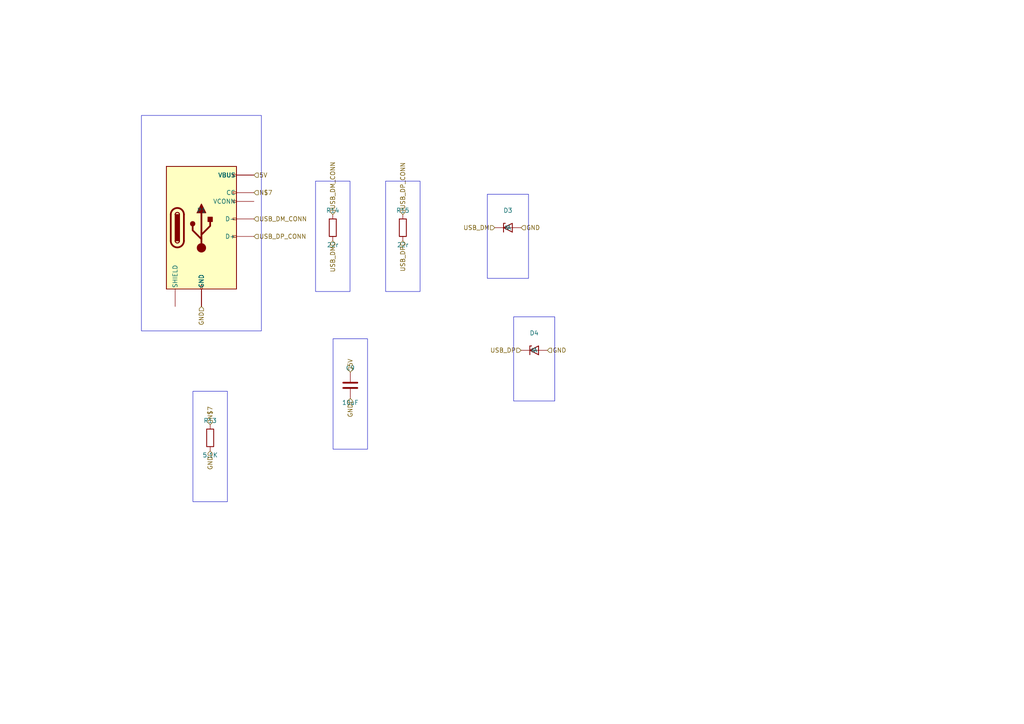
<source format=kicad_sch>
(kicad_sch (version 20250114) (generator "kicad_api") (generator_version 9.0)
  (paper A4)
  (paper A4)
  (lib_symbols
    (symbol "Connector:USB_C_Plug_USB2.0" (pin_numbers hide) (pin_names (offset 0.254))
      (property "Reference" "P" (at 0.0 0.0 0))
      (property "Value" "USB_C_Plug_USB2.0" (at 0.0 0.0 0))
      (symbol "USB_C_Plug_USB2.0_0_1"
        (rectangle (start -0.254 -17.78) (end 0.254 -16.764) (stroke (width 0.0)))
        (rectangle (start 10.16 15.494) (end 9.144 14.986) (stroke (width 0.0)))
        (rectangle (start 10.16 10.414) (end 9.144 9.906) (stroke (width 0.0)))
        (rectangle (start 10.16 7.874) (end 9.144 7.366) (stroke (width 0.0)))
        (rectangle (start 10.16 2.794) (end 9.144 2.286) (stroke (width 0.0)))
        (rectangle (start 10.16 -2.286) (end 9.144 -2.794) (stroke (width 0.0)))
        (rectangle (start -10.16 17.78) (end 10.16 -17.78) (stroke (width 0.254)) (fill (type background)))
        (polyline (pts (xy -8.89 -3.81) (xy -8.89 3.81)) (stroke (width 0.508)))
        (rectangle (start -7.62 -3.81) (end -6.35 3.81) (stroke (width 0.254)) (fill (type outline)))
        (arc (start -7.62 3.81) (mid -6.985 4.4423) (end -6.35 3.81) (stroke (width 0.254)))
        (arc (start -7.62 3.81) (mid -6.985 4.4423) (end -6.35 3.81) (stroke (width 0.254)))
        (arc (start -8.89 3.81) (mid -6.985 5.7067) (end -5.08 3.81) (stroke (width 0.508)))
        (arc (start -5.08 -3.81) (mid -6.985 -5.7067) (end -8.89 -3.81) (stroke (width 0.508)))
        (arc (start -6.35 -3.81) (mid -6.985 -4.4423) (end -7.62 -3.81) (stroke (width 0.254)))
        (arc (start -6.35 -3.81) (mid -6.985 -4.4423) (end -7.62 -3.81) (stroke (width 0.254)))
        (polyline (pts (xy -5.08 3.81) (xy -5.08 -3.81)) (stroke (width 0.508)))
        (circle (center -2.54 1.143) (radius 0.635) (stroke (width 0.254)) (fill (type outline)))
        (polyline (pts (xy -1.27 4.318) (xy 0.0 6.858) (xy 1.27 4.318) (xy -1.27 4.318)) (stroke (width 0.254)) (fill (type outline)))
        (polyline (pts (xy 0.0 -2.032) (xy 2.54 0.508) (xy 2.54 1.778)) (stroke (width 0.508)))
        (polyline (pts (xy 0.0 -3.302) (xy -2.54 -0.762) (xy -2.54 0.508)) (stroke (width 0.508)))
        (polyline (pts (xy 0.0 -5.842) (xy 0.0 4.318)) (stroke (width 0.508)))
        (circle (center 0.0 -5.842) (radius 1.27) (stroke (width 0.0)) (fill (type outline)))
        (rectangle (start 1.905 1.778) (end 3.175 3.048) (stroke (width 0.254)) (fill (type outline)))
      )
      (symbol "USB_C_Plug_USB2.0_1_1"
        (pin passive line (at -7.62 -22.86 90) (length 5.08) (name SHIELD) (number S1))
        (pin passive line (at 0.0 -22.86 90) (length 5.08) (name GND) (number A1))
        (pin passive line (at 0.0 -22.86 90) (length 5.08) (name GND) (number A12))
        (pin passive line (at 0.0 -22.86 90) (length 5.08) (name GND) (number B1))
        (pin passive line (at 0.0 -22.86 90) (length 5.08) (name GND) (number B12))
        (pin passive line (at 15.24 15.24 180) (length 5.08) (name VBUS) (number A4))
        (pin passive line (at 15.24 15.24 180) (length 5.08) (name VBUS) (number A9))
        (pin passive line (at 15.24 15.24 180) (length 5.08) (name VBUS) (number B4))
        (pin passive line (at 15.24 15.24 180) (length 5.08) (name VBUS) (number B9))
        (pin bidirectional line (at 15.24 10.16 180) (length 5.08) (name CC) (number A5))
        (pin bidirectional line (at 15.24 7.62 180) (length 5.08) (name VCONN) (number B5))
        (pin bidirectional line (at 15.24 2.54 180) (length 5.08) (name D-) (number A7))
        (pin bidirectional line (at 15.24 -2.54 180) (length 5.08) (name D+) (number A6))
      )
    )
    (symbol "Device:C" (pin_numbers hide) (pin_names (offset 0.254))
      (property "Reference" "C" (at 0.0 0.0 0))
      (property "Value" "C" (at 0.0 0.0 0))
      (symbol "C_0_1"
        (polyline (pts (xy -2.032 0.762) (xy 2.032 0.762)) (stroke (width 0.508)))
        (polyline (pts (xy -2.032 -0.762) (xy 2.032 -0.762)) (stroke (width 0.508)))
      )
      (symbol "C_1_1"
        (pin passive line (at 0.0 3.81 270) (length 2.794) (name ~) (number "1"))
        (pin passive line (at 0.0 -3.81 90) (length 2.794) (name ~) (number "2"))
      )
    )
    (symbol "Device:R" (pin_numbers hide) (pin_names (offset 0.254))
      (property "Reference" "R" (at 0.0 0.0 0))
      (property "Value" "R" (at 0.0 0.0 0))
      (symbol "R_0_1"
        (rectangle (start -1.016 -2.54) (end 1.016 2.54) (stroke (width 0.254)))
      )
      (symbol "R_1_1"
        (pin passive line (at 0.0 3.81 270) (length 1.27) (name ~) (number "1"))
        (pin passive line (at 0.0 -3.81 90) (length 1.27) (name ~) (number "2"))
      )
    )
    (symbol "Diode:ESD5Zxx" (pin_numbers hide) (pin_names (offset 0.254))
      (property "Reference" "D" (at 0.0 0.0 0))
      (property "Value" "ESD5Zxx" (at 0.0 0.0 0))
      (symbol "ESD5Zxx_0_1"
        (polyline (pts (xy -1.27 -1.27) (xy -1.27 1.27) (xy -0.762 1.27)) (stroke (width 0.254)))
        (polyline (pts (xy 1.27 0.0) (xy -1.27 0.0)) (stroke (width 0.0)))
        (polyline (pts (xy 1.27 -1.27) (xy 1.27 1.27) (xy -1.27 0.0) (xy 1.27 -1.27)) (stroke (width 0.254)))
      )
      (symbol "ESD5Zxx_1_1"
        (pin passive line (at -3.81 0.0 0) (length 2.54) (name K) (number "1"))
        (pin passive line (at 3.81 0.0 180) (length 2.54) (name A) (number "2"))
      )
    )
  )
  (title_block (title USB_Port) (date 2025-07-25) (company Circuit-Synth))
  (symbol (lib_id Connector:USB_C_Plug_USB2.0) (at 58.42 66.04 0)
    (property "Reference" "P1" (at 58.42 61.040000000000006 0))
    (property "Footprint" "Connector_USB:USB_C_Receptacle_GCT_USB4105-xx-A_16P_TopMnt_Horizontal" (effects (hide yes)))
    (instances (project "circuit" (path "" (reference P1) (unit 1))) (project "example_kicad_project" (path "" (reference P1) (unit 1))))
  )
  (symbol (lib_id Device:R) (at 60.96 127.0 0)
    (property "Reference" "R13" (at 60.96 122.0 0))
    (property "Value" "5.1K" (at 60.96 132.0 0))
    (property "Footprint" "Resistor_SMD:R_0603_1608Metric" (effects (hide yes)))
    (instances (project "circuit" (path "" (reference R13) (unit 1))) (project "example_kicad_project" (path "" (reference R13) (unit 1))))
  )
  (symbol (lib_id Device:C) (at 101.6 111.76 0)
    (property "Reference" "C9" (at 101.6 106.76 0))
    (property "Value" "10uF" (at 101.6 116.76 0))
    (property "Footprint" "Capacitor_SMD:C_0603_1608Metric" (effects (hide yes)))
    (instances (project "circuit" (path "" (reference C9) (unit 1))) (project "example_kicad_project" (path "" (reference C9) (unit 1))))
  )
  (symbol (lib_id Device:R) (at 96.52 66.04 0)
    (property "Reference" "R14" (at 96.52 61.040000000000006 0))
    (property "Value" "22r" (at 96.52 71.04 0))
    (property "Footprint" "Resistor_SMD:R_0603_1608Metric" (effects (hide yes)))
    (instances (project "circuit" (path "" (reference R14) (unit 1))) (project "example_kicad_project" (path "" (reference R14) (unit 1))))
  )
  (symbol (lib_id Diode:ESD5Zxx) (at 147.32 66.04 0)
    (property "Reference" "D3" (at 147.32 61.040000000000006 0))
    (property "Footprint" "Diode_SMD:D_SOD-523" (effects (hide yes)))
    (instances (project "circuit" (path "" (reference D3) (unit 1))) (project "example_kicad_project" (path "" (reference D3) (unit 1))))
  )
  (symbol (lib_id Device:R) (at 116.84 66.04 0)
    (property "Reference" "R15" (at 116.84 61.040000000000006 0))
    (property "Value" "22r" (at 116.84 71.04 0))
    (property "Footprint" "Resistor_SMD:R_0603_1608Metric" (effects (hide yes)))
    (instances (project "circuit" (path "" (reference R15) (unit 1))) (project "example_kicad_project" (path "" (reference R15) (unit 1))))
  )
  (symbol (lib_id Diode:ESD5Zxx) (at 154.94 101.6 0)
    (property "Reference" "D4" (at 154.94 96.6 0))
    (property "Footprint" "Diode_SMD:D_SOD-523" (effects (hide yes)))
    (instances (project "circuit" (path "" (reference D4) (unit 1))) (project "example_kicad_project" (path "" (reference D4) (unit 1))))
  )
  (hierarchical_label GND (shape input) (at 58.42 88.9 270))
  (hierarchical_label GND (shape input) (at 60.96 130.81 270))
  (hierarchical_label GND (shape input) (at 101.6 115.57000000000001 270))
  (hierarchical_label GND (shape input) (at 151.13 66.04 0))
  (hierarchical_label GND (shape input) (at 158.75 101.6 0))
  (hierarchical_label 5V (shape input) (at 73.66 50.800000000000004 0))
  (hierarchical_label 5V (shape input) (at 101.6 107.95 90))
  (hierarchical_label N$7 (shape input) (at 73.66 55.88000000000001 0))
  (hierarchical_label N$7 (shape input) (at 60.96 123.19 90))
  (hierarchical_label USB_DM_CONN (shape input) (at 73.66 63.50000000000001 0))
  (hierarchical_label USB_DM_CONN (shape input) (at 96.52 62.230000000000004 90))
  (hierarchical_label USB_DP_CONN (shape input) (at 73.66 68.58000000000001 0))
  (hierarchical_label USB_DP_CONN (shape input) (at 116.84 62.230000000000004 90))
  (hierarchical_label USB_DM (shape input) (at 96.52 69.85000000000001 270))
  (hierarchical_label USB_DM (shape input) (at 143.51 66.04 180))
  (hierarchical_label USB_DP (shape input) (at 116.84 69.85000000000001 270))
  (hierarchical_label USB_DP (shape input) (at 151.13 101.6 180))
  (rectangle (start 41.021 33.481) (end 75.819 95.97900000000001) (stroke (width 0.127)))
  (rectangle (start 55.96 113.491) (end 65.96000000000001 145.50900000000001) (stroke (width 0.127)))
  (rectangle (start 96.6 98.251) (end 106.6 130.269) (stroke (width 0.127)))
  (rectangle (start 91.52 52.531000000000006) (end 101.52 84.549) (stroke (width 0.127)))
  (rectangle (start 141.351 56.34100000000001) (end 153.289 80.739) (stroke (width 0.127)))
  (rectangle (start 111.84 52.531000000000006) (end 121.84 84.549) (stroke (width 0.127)))
  (rectangle (start 148.971 91.901) (end 160.909 116.29899999999999) (stroke (width 0.127)))
)
</source>
